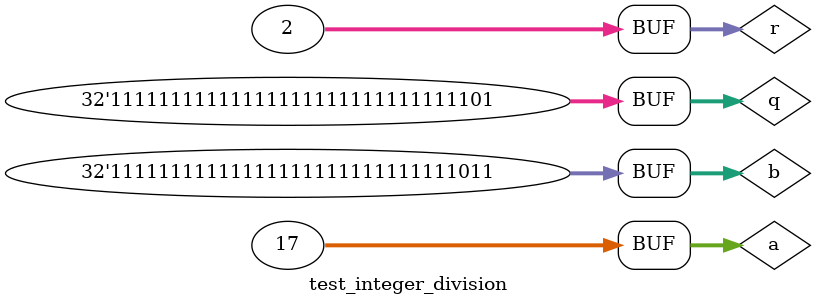
<source format=v>

module test_integer_division;
  integer a, b, q, r;

  initial begin
    a = 17; b = 5;
    q = a / b;  // 3
    r = a % b;  // 2

    a = -17; b = 5;
    q = a / b;  // -3 (rounds toward zero)
    r = a % b;  // -2 (sign matches dividend)

    a = 17; b = -5;
    q = a / b;  // -3
    r = a % b;  // 2
  end
endmodule

</source>
